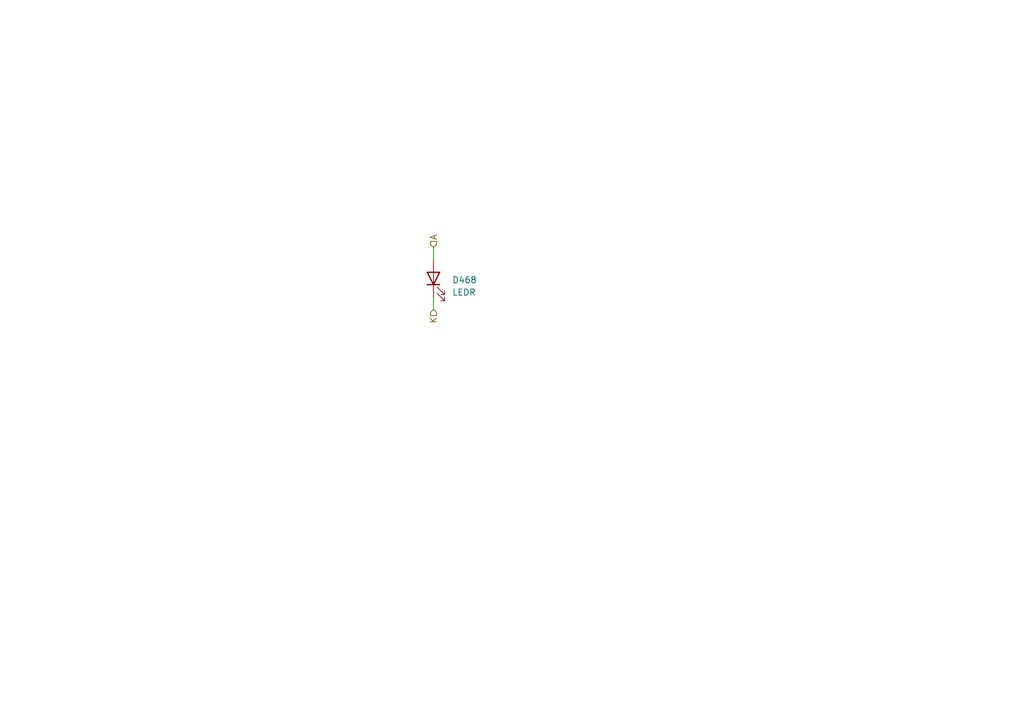
<source format=kicad_sch>
(kicad_sch (version 20231120) (generator "eeschema") (generator_version "8.0")
  (paper "A5")
  (lib_symbols
    (symbol "Device:LED" (pin_numbers hide) (pin_names (offset 1.016) hide)
      (property "Reference" "D" (at 0 2.54 0))
      (property "Value" "LED" (at 0 -2.54 0))
      (symbol "LED_0_1"
        (polyline (pts (xy -1.27 -1.27) (xy -1.27 1.27)) (stroke (width 0.254)))
        (polyline (pts (xy -1.27 0) (xy 1.27 0)))
        (polyline (pts (xy 1.27 -1.27) (xy 1.27 1.27) (xy -1.27 0) (xy 1.27 -1.27)) (stroke (width 0.254)))
        (polyline (pts (xy -3.048 -0.762) (xy -4.572 -2.286) (xy -3.81 -2.286) (xy -4.572 -2.286) (xy -4.572 -1.524)))
        (polyline (pts (xy -1.778 -0.762) (xy -3.302 -2.286) (xy -2.54 -2.286) (xy -3.302 -2.286) (xy -3.302 -1.524)))
      )
      (symbol "LED_1_1"
        (pin passive line (at -3.81 0 0) (length 2.54) (name "K") (number "1"))
        (pin passive line (at 3.81 0 180) (length 2.54) (name "A") (number "2"))
      )
    )
  )
  (wire (pts (xy 88.9 50.8) (xy 88.9 53.34)))
  (wire (pts (xy 88.9 60.96) (xy 88.9 63.5)))
  (hierarchical_label "K" (shape input) (at 88.9 63.5 270))
  (hierarchical_label "A" (shape input) (at 88.9 50.8 90))
  (symbol (lib_id "Device:LED") (at 88.9 57.15 90) (unit 1)
    (property "Reference" "D177" (at 92.71 57.4674 90) (effects (justify right)))
    (property "Value" "LEDR" (at 92.71 60.0074 90) (effects (justify right)))
    (property "Footprint" "LED_SMD:LED_0603_1608Metric" (effects (hide yes)))
    (property "Description" "Light emitting diode" (effects (hide yes)))
    (property "LCSC" "C2286" (effects (hide yes)))
    (instances (project "led-display" (path "" (reference "D468") (unit 1)) (path "" (reference "D466") (unit 1)) (path "" (reference "D471") (unit 1)) (path "" (reference "D472") (unit 1)) (path "" (reference "D467") (unit 1)) (path "" (reference "D469") (unit 1)) (path "" (reference "D470") (unit 1)) (path "" (reference "D465") (unit 1)) (path "" (reference "D484") (unit 1)) (path "" (reference "D482") (unit 1)) (path "" (reference "D487") (unit 1)) (path "" (reference "D488") (unit 1)) (path "" (reference "D483") (unit 1)) (path "" (reference "D485") (unit 1)) (path "" (reference "D486") (unit 1)) (path "" (reference "D481") (unit 1)) (path "" (reference "D452") (unit 1)) (path "" (reference "D450") (unit 1)) (path "" (reference "D455") (unit 1)) (path "" (reference "D456") (unit 1)) (path "" (reference "D451") (unit 1)) (path "" (reference "D453") (unit 1)) (path "" (reference "D454") (unit 1)) (path "" (reference "D449") (unit 1)) (path "" (reference "D508") (unit 1)) (path "" (reference "D506") (unit 1)) (path "" (reference "D511") (unit 1)) (path "" (reference "D512") (unit 1)) (path "" (reference "D507") (unit 1)) (path "" (reference "D509") (unit 1)) (path "" (reference "D510") (unit 1)) (path "" (reference "D505") (unit 1)) (path "" (reference "D500") (unit 1)) (path "" (reference "D498") (unit 1)) (path "" (reference "D503") (unit 1)) (path "" (reference "D504") (unit 1)) (path "" (reference "D499") (unit 1)) (path "" (reference "D501") (unit 1)) (path "" (reference "D502") (unit 1)) (path "" (reference "D497") (unit 1)) (path "" (reference "D476") (unit 1)) (path "" (reference "D474") (unit 1)) (path "" (reference "D479") (unit 1)) (path "" (reference "D480") (unit 1)) (path "" (reference "D475") (unit 1)) (path "" (reference "D477") (unit 1)) (path "" (reference "D478") (unit 1)) (path "" (reference "D473") (unit 1)) (path "" (reference "D492") (unit 1)) (path "" (reference "D490") (unit 1)) (path "" (reference "D495") (unit 1)) (path "" (reference "D496") (unit 1)) (path "" (reference "D491") (unit 1)) (path "" (reference "D493") (unit 1)) (path "" (reference "D494") (unit 1)) (path "" (reference "D489") (unit 1)) (path "" (reference "D460") (unit 1)) (path "" (reference "D458") (unit 1)) (path "" (reference "D463") (unit 1)) (path "" (reference "D464") (unit 1)) (path "" (reference "D459") (unit 1)) (path "" (reference "D461") (unit 1)) (path "" (reference "D462") (unit 1)) (path "" (reference "D457") (unit 1)) (path "" (reference "D660") (unit 1)) (path "" (reference "D658") (unit 1)) (path "" (reference "D663") (unit 1)) (path "" (reference "D664") (unit 1)) (path "" (reference "D659") (unit 1)) (path "" (reference "D661") (unit 1)) (path "" (reference "D662") (unit 1)) (path "" (reference "D657") (unit 1)) (path "" (reference "D676") (unit 1)) (path "" (reference "D674") (unit 1)) (path "" (reference "D679") (unit 1)) (path "" (reference "D680") (unit 1)) (path "" (reference "D675") (unit 1)) (path "" (reference "D677") (unit 1)) (path "" (reference "D678") (unit 1)) (path "" (reference "D673") (unit 1)) (path "" (reference "D644") (unit 1)) (path "" (reference "D642") (unit 1)) (path "" (reference "D647") (unit 1)) (path "" (reference "D648") (unit 1)) (path "" (reference "D643") (unit 1)) (path "" (reference "D645") (unit 1)) (path "" (reference "D646") (unit 1)) (path "" (reference "D641") (unit 1)) (path "" (reference "D700") (unit 1)) (path "" (reference "D698") (unit 1)) (path "" (reference "D703") (unit 1)) (path "" (reference "D704") (unit 1)) (path "" (reference "D699") (unit 1)) (path "" (reference "D701") (unit 1)) (path "" (reference "D702") (unit 1)) (path "" (reference "D697") (unit 1)) (path "" (reference "D692") (unit 1)) (path "" (reference "D690") (unit 1)) (path "" (reference "D695") (unit 1)) (path "" (reference "D696") (unit 1)) (path "" (reference "D691") (unit 1)) (path "" (reference "D693") (unit 1)) (path "" (reference "D694") (unit 1)) (path "" (reference "D689") (unit 1)) (path "" (reference "D668") (unit 1)) (path "" (reference "D666") (unit 1)) (path "" (reference "D671") (unit 1)) (path "" (reference "D672") (unit 1)) (path "" (reference "D667") (unit 1)) (path "" (reference "D669") (unit 1)) (path "" (reference "D670") (unit 1)) (path "" (reference "D665") (unit 1)) (path "" (reference "D684") (unit 1)) (path "" (reference "D682") (unit 1)) (path "" (reference "D687") (unit 1)) (path "" (reference "D688") (unit 1)) (path "" (reference "D683") (unit 1)) (path "" (reference "D685") (unit 1)) (path "" (reference "D686") (unit 1)) (path "" (reference "D681") (unit 1)) (path "" (reference "D652") (unit 1)) (path "" (reference "D650") (unit 1)) (path "" (reference "D655") (unit 1)) (path "" (reference "D656") (unit 1)) (path "" (reference "D651") (unit 1)) (path "" (reference "D653") (unit 1)) (path "" (reference "D654") (unit 1)) (path "" (reference "D649") (unit 1)) (path "" (reference "D12") (unit 1)) (path "" (reference "D10") (unit 1)) (path "" (reference "D15") (unit 1)) (path "" (reference "D16") (unit 1)) (path "" (reference "D11") (unit 1)) (path "" (reference "D13") (unit 1)) (path "" (reference "D14") (unit 1)) (path "" (reference "D9") (unit 1)) (path "" (reference "D52") (unit 1)) (path "" (reference "D50") (unit 1)) (path "" (reference "D55") (unit 1)) (path "" (reference "D56") (unit 1)) (path "" (reference "D51") (unit 1)) (path "" (reference "D53") (unit 1)) (path "" (reference "D54") (unit 1)) (path "" (reference "D49") (unit 1)) (path "" (reference "D20") (unit 1)) (path "" (reference "D18") (unit 1)) (path "" (reference "D23") (unit 1)) (path "" (reference "D24") (unit 1)) (path "" (reference "D19") (unit 1)) (path "" (reference "D21") (unit 1)) (path "" (reference "D22") (unit 1)) (path "" (reference "D17") (unit 1)) (path "" (reference "D28") (unit 1)) (path "" (reference "D26") (unit 1)) (path "" (reference "D31") (unit 1)) (path "" (reference "D32") (unit 1)) (path "" (reference "D27") (unit 1)) (path "" (reference "D29") (unit 1)) (path "" (reference "D30") (unit 1)) (path "" (reference "D25") (unit 1)) (path "" (reference "D36") (unit 1)) (path "" (reference "D34") (unit 1)) (path "" (reference "D39") (unit 1)) (path "" (reference "D40") (unit 1)) (path "" (reference "D35") (unit 1)) (path "" (reference "D37") (unit 1)) (path "" (reference "D38") (unit 1)) (path "" (reference "D33") (unit 1)) (path "" (reference "D44") (unit 1)) (path "" (reference "D42") (unit 1)) (path "" (reference "D47") (unit 1)) (path "" (reference "D48") (unit 1)) (path "" (reference "D43") (unit 1)) (path "" (reference "D45") (unit 1)) (path "" (reference "D46") (unit 1)) (path "" (reference "D41") (unit 1)) (path "" (reference "D60") (unit 1)) (path "" (reference "D58") (unit 1)) (path "" (reference "D63") (unit 1)) (path "" (reference "D64") (unit 1)) (path "" (reference "D59") (unit 1)) (path "" (reference "D61") (unit 1)) (path "" (reference "D62") (unit 1)) (path "" (reference "D57") (unit 1)) (path "" (reference "D4") (unit 1)) (path "" (reference "D2") (unit 1)) (path "" (reference "D7") (unit 1)) (path "" (reference "D8") (unit 1)) (path "" (reference "D3") (unit 1)) (path "" (reference "D5") (unit 1)) (path "" (reference "D6") (unit 1)) (path "" (reference "D1") (unit 1)) (path "" (reference "D404") (unit 1)) (path "" (reference "D402") (unit 1)) (path "" (reference "D407") (unit 1)) (path "" (reference "D408") (unit 1)) (path "" (reference "D403") (unit 1)) (path "" (reference "D405") (unit 1)) (path "" (reference "D406") (unit 1)) (path "" (reference "D401") (unit 1)) (path "" (reference "D420") (unit 1)) (path "" (reference "D418") (unit 1)) (path "" (reference "D423") (unit 1)) (path "" (reference "D424") (unit 1)) (path "" (reference "D419") (unit 1)) (path "" (reference "D421") (unit 1)) (path "" (reference "D422") (unit 1)) (path "" (reference "D417") (unit 1)) (path "" (reference "D388") (unit 1)) (path "" (reference "D386") (unit 1)) (path "" (reference "D391") (unit 1)) (path "" (reference "D392") (unit 1)) (path "" (reference "D387") (unit 1)) (path "" (reference "D389") (unit 1)) (path "" (reference "D390") (unit 1)) (path "" (reference "D385") (unit 1)) (path "" (reference "D444") (unit 1)) (path "" (reference "D442") (unit 1)) (path "" (reference "D447") (unit 1)) (path "" (reference "D448") (unit 1)) (path "" (reference "D443") (unit 1)) (path "" (reference "D445") (unit 1)) (path "" (reference "D446") (unit 1)) (path "" (reference "D441") (unit 1)) (path "" (reference "D436") (unit 1)) (path "" (reference "D434") (unit 1)) (path "" (reference "D439") (unit 1)) (path "" (reference "D440") (unit 1)) (path "" (reference "D435") (unit 1)) (path "" (reference "D437") (unit 1)) (path "" (reference "D438") (unit 1)) (path "" (reference "D433") (unit 1)) (path "" (reference "D412") (unit 1)) (path "" (reference "D410") (unit 1)) (path "" (reference "D415") (unit 1)) (path "" (reference "D416") (unit 1)) (path "" (reference "D411") (unit 1)) (path "" (reference "D413") (unit 1)) (path "" (reference "D414") (unit 1)) (path "" (reference "D409") (unit 1)) (path "" (reference "D428") (unit 1)) (path "" (reference "D426") (unit 1)) (path "" (reference "D431") (unit 1)) (path "" (reference "D432") (unit 1)) (path "" (reference "D427") (unit 1)) (path "" (reference "D429") (unit 1)) (path "" (reference "D430") (unit 1)) (path "" (reference "D425") (unit 1)) (path "" (reference "D396") (unit 1)) (path "" (reference "D394") (unit 1)) (path "" (reference "D399") (unit 1)) (path "" (reference "D400") (unit 1)) (path "" (reference "D395") (unit 1)) (path "" (reference "D397") (unit 1)) (path "" (reference "D398") (unit 1)) (path "" (reference "D393") (unit 1)) (path "" (reference "D340") (unit 1)) (path "" (reference "D338") (unit 1)) (path "" (reference "D343") (unit 1)) (path "" (reference "D344") (unit 1)) (path "" (reference "D339") (unit 1)) (path "" (reference "D341") (unit 1)) (path "" (reference "D342") (unit 1)) (path "" (reference "D337") (unit 1)) (path "" (reference "D356") (unit 1)) (path "" (reference "D354") (unit 1)) (path "" (reference "D359") (unit 1)) (path "" (reference "D360") (unit 1)) (path "" (reference "D355") (unit 1)) (path "" (reference "D357") (unit 1)) (path "" (reference "D358") (unit 1)) (path "" (reference "D353") (unit 1)) (path "" (reference "D324") (unit 1)) (path "" (reference "D322") (unit 1)) (path "" (reference "D327") (unit 1)) (path "" (reference "D328") (unit 1)) (path "" (reference "D323") (unit 1)) (path "" (reference "D325") (unit 1)) (path "" (reference "D326") (unit 1)) (path "" (reference "D321") (unit 1)) (path "" (reference "D380") (unit 1)) (path "" (reference "D378") (unit 1)) (path "" (reference "D383") (unit 1)) (path "" (reference "D384") (unit 1)) (path "" (reference "D379") (unit 1)) (path "" (reference "D381") (unit 1)) (path "" (reference "D382") (unit 1)) (path "" (reference "D377") (unit 1)) (path "" (reference "D372") (unit 1)) (path "" (reference "D370") (unit 1)) (path "" (reference "D375") (unit 1)) (path "" (reference "D376") (unit 1)) (path "" (reference "D371") (unit 1)) (path "" (reference "D373") (unit 1)) (path "" (reference "D374") (unit 1)) (path "" (reference "D369") (unit 1)) (path "" (reference "D348") (unit 1)) (path "" (reference "D346") (unit 1)) (path "" (reference "D351") (unit 1)) (path "" (reference "D352") (unit 1)) (path "" (reference "D347") (unit 1)) (path "" (reference "D349") (unit 1)) (path "" (reference "D350") (unit 1)) (path "" (reference "D345") (unit 1)) (path "" (reference "D364") (unit 1)) (path "" (reference "D362") (unit 1)) (path "" (reference "D367") (unit 1)) (path "" (reference "D368") (unit 1)) (path "" (reference "D363") (unit 1)) (path "" (reference "D365") (unit 1)) (path "" (reference "D366") (unit 1)) (path "" (reference "D361") (unit 1)) (path "" (reference "D332") (unit 1)) (path "" (reference "D330") (unit 1)) (path "" (reference "D335") (unit 1)) (path "" (reference "D336") (unit 1)) (path "" (reference "D331") (unit 1)) (path "" (reference "D333") (unit 1)) (path "" (reference "D334") (unit 1)) (path "" (reference "D329") (unit 1)) (path "" (reference "D596") (unit 1)) (path "" (reference "D594") (unit 1)) (path "" (reference "D599") (unit 1)) (path "" (reference "D600") (unit 1)) (path "" (reference "D595") (unit 1)) (path "" (reference "D597") (unit 1)) (path "" (reference "D598") (unit 1)) (path "" (reference "D593") (unit 1)) (path "" (reference "D612") (unit 1)) (path "" (reference "D610") (unit 1)) (path "" (reference "D615") (unit 1)) (path "" (reference "D616") (unit 1)) (path "" (reference "D611") (unit 1)) (path "" (reference "D613") (unit 1)) (path "" (reference "D614") (unit 1)) (path "" (reference "D609") (unit 1)) (path "" (reference "D580") (unit 1)) (path "" (reference "D578") (unit 1)) (path "" (reference "D583") (unit 1)) (path "" (reference "D584") (unit 1)) (path "" (reference "D579") (unit 1)) (path "" (reference "D581") (unit 1)) (path "" (reference "D582") (unit 1)) (path "" (reference "D577") (unit 1)) (path "" (reference "D636") (unit 1)) (path "" (reference "D634") (unit 1)) (path "" (reference "D639") (unit 1)) (path "" (reference "D640") (unit 1)) (path "" (reference "D635") (unit 1)) (path "" (reference "D637") (unit 1)) (path "" (reference "D638") (unit 1)) (path "" (reference "D633") (unit 1)) (path "" (reference "D628") (unit 1)) (path "" (reference "D626") (unit 1)) (path "" (reference "D631") (unit 1)) (path "" (reference "D632") (unit 1)) (path "" (reference "D627") (unit 1)) (path "" (reference "D629") (unit 1)) (path "" (reference "D630") (unit 1)) (path "" (reference "D625") (unit 1)) (path "" (reference "D604") (unit 1)) (path "" (reference "D602") (unit 1)) (path "" (reference "D607") (unit 1)) (path "" (reference "D608") (unit 1)) (path "" (reference "D603") (unit 1)) (path "" (reference "D605") (unit 1)) (path "" (reference "D606") (unit 1)) (path "" (reference "D601") (unit 1)) (path "" (reference "D620") (unit 1)) (path "" (reference "D618") (unit 1)) (path "" (reference "D623") (unit 1)) (path "" (reference "D624") (unit 1)) (path "" (reference "D619") (unit 1)) (path "" (reference "D621") (unit 1)) (path "" (reference "D622") (unit 1)) (path "" (reference "D617") (unit 1)) (path "" (reference "D588") (unit 1)) (path "" (reference "D586") (unit 1)) (path "" (reference "D591") (unit 1)) (path "" (reference "D592") (unit 1)) (path "" (reference "D587") (unit 1)) (path "" (reference "D589") (unit 1)) (path "" (reference "D590") (unit 1)) (path "" (reference "D585") (unit 1)) (path "" (reference "D788") (unit 1)) (path "" (reference "D786") (unit 1)) (path "" (reference "D791") (unit 1)) (path "" (reference "D792") (unit 1)) (path "" (reference "D787") (unit 1)) (path "" (reference "D789") (unit 1)) (path "" (reference "D790") (unit 1)) (path "" (reference "D785") (unit 1)) (path "" (reference "D804") (unit 1)) (path "" (reference "D802") (unit 1)) (path "" (reference "D807") (unit 1)) (path "" (reference "D808") (unit 1)) (path "" (reference "D803") (unit 1)) (path "" (reference "D805") (unit 1)) (path "" (reference "D806") (unit 1)) (path "" (reference "D801") (unit 1)) (path "" (reference "D772") (unit 1)) (path "" (reference "D770") (unit 1)) (path "" (reference "D775") (unit 1)) (path "" (reference "D776") (unit 1)) (path "" (reference "D771") (unit 1)) (path "" (reference "D773") (unit 1)) (path "" (reference "D774") (unit 1)) (path "" (reference "D769") (unit 1)) (path "" (reference "D828") (unit 1)) (path "" (reference "D826") (unit 1)) (path "" (reference "D831") (unit 1)) (path "" (reference "D832") (unit 1)) (path "" (reference "D827") (unit 1)) (path "" (reference "D829") (unit 1)) (path "" (reference "D830") (unit 1)) (path "" (reference "D825") (unit 1)) (path "" (reference "D820") (unit 1)) (path "" (reference "D818") (unit 1)) (path "" (reference "D823") (unit 1)) (path "" (reference "D824") (unit 1)) (path "" (reference "D819") (unit 1)) (path "" (reference "D821") (unit 1)) (path "" (reference "D822") (unit 1)) (path "" (reference "D817") (unit 1)) (path "" (reference "D796") (unit 1)) (path "" (reference "D794") (unit 1)) (path "" (reference "D799") (unit 1)) (path "" (reference "D800") (unit 1)) (path "" (reference "D795") (unit 1)) (path "" (reference "D797") (unit 1)) (path "" (reference "D798") (unit 1)) (path "" (reference "D793") (unit 1)) (path "" (reference "D812") (unit 1)) (path "" (reference "D810") (unit 1)) (path "" (reference "D815") (unit 1)) (path "" (reference "D816") (unit 1)) (path "" (reference "D811") (unit 1)) (path "" (reference "D813") (unit 1)) (path "" (reference "D814") (unit 1)) (path "" (reference "D809") (unit 1)) (path "" (reference "D780") (unit 1)) (path "" (reference "D778") (unit 1)) (path "" (reference "D783") (unit 1)) (path "" (reference "D784") (unit 1)) (path "" (reference "D779") (unit 1)) (path "" (reference "D781") (unit 1)) (path "" (reference "D782") (unit 1)) (path "" (reference "D777") (unit 1)) (path "" (reference "D916") (unit 1)) (path "" (reference "D914") (unit 1)) (path "" (reference "D919") (unit 1)) (path "" (reference "D920") (unit 1)) (path "" (reference "D915") (unit 1)) (path "" (reference "D917") (unit 1)) (path "" (reference "D918") (unit 1)) (path "" (reference "D913") (unit 1)) (path "" (reference "D932") (unit 1)) (path "" (reference "D930") (unit 1)) (path "" (reference "D935") (unit 1)) (path "" (reference "D936") (unit 1)) (path "" (reference "D931") (unit 1)) (path "" (reference "D933") (unit 1)) (path "" (reference "D934") (unit 1)) (path "" (reference "D929") (unit 1)) (path "" (reference "D900") (unit 1)) (path "" (reference "D898") (unit 1)) (path "" (reference "D903") (unit 1)) (path "" (reference "D904") (unit 1)) (path "" (reference "D899") (unit 1)) (path "" (reference "D901") (unit 1)) (path "" (reference "D902") (unit 1)) (path "" (reference "D897") (unit 1)) (path "" (reference "D956") (unit 1)) (path "" (reference "D954") (unit 1)) (path "" (reference "D959") (unit 1)) (path "" (reference "D960") (unit 1)) (path "" (reference "D955") (unit 1)) (path "" (reference "D957") (unit 1)) (path "" (reference "D958") (unit 1)) (path "" (reference "D953") (unit 1)) (path "" (reference "D948") (unit 1)) (path "" (reference "D946") (unit 1)) (path "" (reference "D951") (unit 1)) (path "" (reference "D952") (unit 1)) (path "" (reference "D947") (unit 1)) (path "" (reference "D949") (unit 1)) (path "" (reference "D950") (unit 1)) (path "" (reference "D945") (unit 1)) (path "" (reference "D924") (unit 1)) (path "" (reference "D922") (unit 1)) (path "" (reference "D927") (unit 1)) (path "" (reference "D928") (unit 1)) (path "" (reference "D923") (unit 1)) (path "" (reference "D925") (unit 1)) (path "" (reference "D926") (unit 1)) (path "" (reference "D921") (unit 1)) (path "" (reference "D940") (unit 1)) (path "" (reference "D938") (unit 1)) (path "" (reference "D943") (unit 1)) (path "" (reference "D944") (unit 1)) (path "" (reference "D939") (unit 1)) (path "" (reference "D941") (unit 1)) (path "" (reference "D942") (unit 1)) (path "" (reference "D937") (unit 1)) (path "" (reference "D908") (unit 1)) (path "" (reference "D906") (unit 1)) (path "" (reference "D911") (unit 1)) (path "" (reference "D912") (unit 1)) (path "" (reference "D907") (unit 1)) (path "" (reference "D909") (unit 1)) (path "" (reference "D910") (unit 1)) (path "" (reference "D905") (unit 1)) (path "" (reference "D852") (unit 1)) (path "" (reference "D850") (unit 1)) (path "" (reference "D855") (unit 1)) (path "" (reference "D856") (unit 1)) (path "" (reference "D851") (unit 1)) (path "" (reference "D853") (unit 1)) (path "" (reference "D854") (unit 1)) (path "" (reference "D849") (unit 1)) (path "" (reference "D868") (unit 1)) (path "" (reference "D866") (unit 1)) (path "" (reference "D871") (unit 1)) (path "" (reference "D872") (unit 1)) (path "" (reference "D867") (unit 1)) (path "" (reference "D869") (unit 1)) (path "" (reference "D870") (unit 1)) (path "" (reference "D865") (unit 1)) (path "" (reference "D836") (unit 1)) (path "" (reference "D834") (unit 1)) (path "" (reference "D839") (unit 1)) (path "" (reference "D840") (unit 1)) (path "" (reference "D835") (unit 1)) (path "" (reference "D837") (unit 1)) (path "" (reference "D838") (unit 1)) (path "" (reference "D833") (unit 1)) (path "" (reference "D892") (unit 1)) (path "" (reference "D890") (unit 1)) (path "" (reference "D895") (unit 1)) (path "" (reference "D896") (unit 1)) (path "" (reference "D891") (unit 1)) (path "" (reference "D893") (unit 1)) (path "" (reference "D894") (unit 1)) (path "" (reference "D889") (unit 1)) (path "" (reference "D884") (unit 1)) (path "" (reference "D882") (unit 1)) (path "" (reference "D887") (unit 1)) (path "" (reference "D888") (unit 1)) (path "" (reference "D883") (unit 1)) (path "" (reference "D885") (unit 1)) (path "" (reference "D886") (unit 1)) (path "" (reference "D881") (unit 1)) (path "" (reference "D860") (unit 1)) (path "" (reference "D858") (unit 1)) (path "" (reference "D863") (unit 1)) (path "" (reference "D864") (unit 1)) (path "" (reference "D859") (unit 1)) (path "" (reference "D861") (unit 1)) (path "" (reference "D862") (unit 1)) (path "" (reference "D857") (unit 1)) (path "" (reference "D876") (unit 1)) (path "" (reference "D874") (unit 1)) (path "" (reference "D879") (unit 1)) (path "" (reference "D880") (unit 1)) (path "" (reference "D875") (unit 1)) (path "" (reference "D877") (unit 1)) (path "" (reference "D878") (unit 1)) (path "" (reference "D873") (unit 1)) (path "" (reference "D844") (unit 1)) (path "" (reference "D842") (unit 1)) (path "" (reference "D847") (unit 1)) (path "" (reference "D848") (unit 1)) (path "" (reference "D843") (unit 1)) (path "" (reference "D845") (unit 1)) (path "" (reference "D846") (unit 1)) (path "" (reference "D841") (unit 1)) (path "" (reference "D276") (unit 1)) (path "" (reference "D274") (unit 1)) (path "" (reference "D279") (unit 1)) (path "" (reference "D280") (unit 1)) (path "" (reference "D275") (unit 1)) (path "" (reference "D277") (unit 1)) (path "" (reference "D278") (unit 1)) (path "" (reference "D273") (unit 1)) (path "" (reference "D292") (unit 1)) (path "" (reference "D290") (unit 1)) (path "" (reference "D295") (unit 1)) (path "" (reference "D296") (unit 1)) (path "" (reference "D291") (unit 1)) (path "" (reference "D293") (unit 1)) (path "" (reference "D294") (unit 1)) (path "" (reference "D289") (unit 1)) (path "" (reference "D260") (unit 1)) (path "" (reference "D258") (unit 1)) (path "" (reference "D263") (unit 1)) (path "" (reference "D264") (unit 1)) (path "" (reference "D259") (unit 1)) (path "" (reference "D261") (unit 1)) (path "" (reference "D262") (unit 1)) (path "" (reference "D257") (unit 1)) (path "" (reference "D316") (unit 1)) (path "" (reference "D314") (unit 1)) (path "" (reference "D319") (unit 1)) (path "" (reference "D320") (unit 1)) (path "" (reference "D315") (unit 1)) (path "" (reference "D317") (unit 1)) (path "" (reference "D318") (unit 1)) (path "" (reference "D313") (unit 1)) (path "" (reference "D308") (unit 1)) (path "" (reference "D306") (unit 1)) (path "" (reference "D311") (unit 1)) (path "" (reference "D312") (unit 1)) (path "" (reference "D307") (unit 1)) (path "" (reference "D309") (unit 1)) (path "" (reference "D310") (unit 1)) (path "" (reference "D305") (unit 1)) (path "" (reference "D284") (unit 1)) (path "" (reference "D282") (unit 1)) (path "" (reference "D287") (unit 1)) (path "" (reference "D288") (unit 1)) (path "" (reference "D283") (unit 1)) (path "" (reference "D285") (unit 1)) (path "" (reference "D286") (unit 1)) (path "" (reference "D281") (unit 1)) (path "" (reference "D300") (unit 1)) (path "" (reference "D298") (unit 1)) (path "" (reference "D303") (unit 1)) (path "" (reference "D304") (unit 1)) (path "" (reference "D299") (unit 1)) (path "" (reference "D301") (unit 1)) (path "" (reference "D302") (unit 1)) (path "" (reference "D297") (unit 1)) (path "" (reference "D268") (unit 1)) (path "" (reference "D266") (unit 1)) (path "" (reference "D271") (unit 1)) (path "" (reference "D272") (unit 1)) (path "" (reference "D267") (unit 1)) (path "" (reference "D269") (unit 1)) (path "" (reference "D270") (unit 1)) (path "" (reference "D265") (unit 1)) (path "" (reference "D148") (unit 1)) (path "" (reference "D146") (unit 1)) (path "" (reference "D151") (unit 1)) (path "" (reference "D152") (unit 1)) (path "" (reference "D147") (unit 1)) (path "" (reference "D149") (unit 1)) (path "" (reference "D150") (unit 1)) (path "" (reference "D145") (unit 1)) (path "" (reference "D164") (unit 1)) (path "" (reference "D162") (unit 1)) (path "" (reference "D167") (unit 1)) (path "" (reference "D168") (unit 1)) (path "" (reference "D163") (unit 1)) (path "" (reference "D165") (unit 1)) (path "" (reference "D166") (unit 1)) (path "" (reference "D161") (unit 1)) (path "" (reference "D132") (unit 1)) (path "" (reference "D130") (unit 1)) (path "" (reference "D135") (unit 1)) (path "" (reference "D136") (unit 1)) (path "" (reference "D131") (unit 1)) (path "" (reference "D133") (unit 1)) (path "" (reference "D134") (unit 1)) (path "" (reference "D129") (unit 1)) (path "" (reference "D188") (unit 1)) (path "" (reference "D186") (unit 1)) (path "" (reference "D191") (unit 1)) (path "" (reference "D192") (unit 1)) (path "" (reference "D187") (unit 1)) (path "" (reference "D189") (unit 1)) (path "" (reference "D190") (unit 1)) (path "" (reference "D185") (unit 1)) (path "" (reference "D180") (unit 1)) (path "" (reference "D178") (unit 1)) (path "" (reference "D183") (unit 1)) (path "" (reference "D184") (unit 1)) (path "" (reference "D179") (unit 1)) (path "" (reference "D181") (unit 1)) (path "" (reference "D182") (unit 1)) (path "" (reference "D177") (unit 1)) (path "" (reference "D156") (unit 1)) (path "" (reference "D154") (unit 1)) (path "" (reference "D159") (unit 1)) (path "" (reference "D160") (unit 1)) (path "" (reference "D155") (unit 1)) (path "" (reference "D157") (unit 1)) (path "" (reference "D158") (unit 1)) (path "" (reference "D153") (unit 1)) (path "" (reference "D172") (unit 1)) (path "" (reference "D170") (unit 1)) (path "" (reference "D175") (unit 1)) (path "" (reference "D176") (unit 1)) (path "" (reference "D171") (unit 1)) (path "" (reference "D173") (unit 1)) (path "" (reference "D174") (unit 1)) (path "" (reference "D169") (unit 1)) (path "" (reference "D140") (unit 1)) (path "" (reference "D138") (unit 1)) (path "" (reference "D143") (unit 1)) (path "" (reference "D144") (unit 1)) (path "" (reference "D139") (unit 1)) (path "" (reference "D141") (unit 1)) (path "" (reference "D142") (unit 1)) (path "" (reference "D137") (unit 1)) (path "" (reference "D532") (unit 1)) (path "" (reference "D530") (unit 1)) (path "" (reference "D535") (unit 1)) (path "" (reference "D536") (unit 1)) (path "" (reference "D531") (unit 1)) (path "" (reference "D533") (unit 1)) (path "" (reference "D534") (unit 1)) (path "" (reference "D529") (unit 1)) (path "" (reference "D548") (unit 1)) (path "" (reference "D546") (unit 1)) (path "" (reference "D551") (unit 1)) (path "" (reference "D552") (unit 1)) (path "" (reference "D547") (unit 1)) (path "" (reference "D549") (unit 1)) (path "" (reference "D550") (unit 1)) (path "" (reference "D545") (unit 1)) (path "" (reference "D516") (unit 1)) (path "" (reference "D514") (unit 1)) (path "" (reference "D519") (unit 1)) (path "" (reference "D520") (unit 1)) (path "" (reference "D515") (unit 1)) (path "" (reference "D517") (unit 1)) (path "" (reference "D518") (unit 1)) (path "" (reference "D513") (unit 1)) (path "" (reference "D572") (unit 1)) (path "" (reference "D570") (unit 1)) (path "" (reference "D575") (unit 1)) (path "" (reference "D576") (unit 1)) (path "" (reference "D571") (unit 1)) (path "" (reference "D573") (unit 1)) (path "" (reference "D574") (unit 1)) (path "" (reference "D569") (unit 1)) (path "" (reference "D564") (unit 1)) (path "" (reference "D562") (unit 1)) (path "" (reference "D567") (unit 1)) (path "" (reference "D568") (unit 1)) (path "" (reference "D563") (unit 1)) (path "" (reference "D565") (unit 1)) (path "" (reference "D566") (unit 1)) (path "" (reference "D561") (unit 1)) (path "" (reference "D540") (unit 1)) (path "" (reference "D538") (unit 1)) (path "" (reference "D543") (unit 1)) (path "" (reference "D544") (unit 1)) (path "" (reference "D539") (unit 1)) (path "" (reference "D541") (unit 1)) (path "" (reference "D542") (unit 1)) (path "" (reference "D537") (unit 1)) (path "" (reference "D556") (unit 1)) (path "" (reference "D554") (unit 1)) (path "" (reference "D559") (unit 1)) (path "" (reference "D560") (unit 1)) (path "" (reference "D555") (unit 1)) (path "" (reference "D557") (unit 1)) (path "" (reference "D558") (unit 1)) (path "" (reference "D553") (unit 1)) (path "" (reference "D524") (unit 1)) (path "" (reference "D522") (unit 1)) (path "" (reference "D527") (unit 1)) (path "" (reference "D528") (unit 1)) (path "" (reference "D523") (unit 1)) (path "" (reference "D525") (unit 1)) (path "" (reference "D526") (unit 1)) (path "" (reference "D521") (unit 1)) (path "" (reference "D724") (unit 1)) (path "" (reference "D722") (unit 1)) (path "" (reference "D727") (unit 1)) (path "" (reference "D728") (unit 1)) (path "" (reference "D723") (unit 1)) (path "" (reference "D725") (unit 1)) (path "" (reference "D726") (unit 1)) (path "" (reference "D721") (unit 1)) (path "" (reference "D740") (unit 1)) (path "" (reference "D738") (unit 1)) (path "" (reference "D743") (unit 1)) (path "" (reference "D744") (unit 1)) (path "" (reference "D739") (unit 1)) (path "" (reference "D741") (unit 1)) (path "" (reference "D742") (unit 1)) (path "" (reference "D737") (unit 1)) (path "" (reference "D708") (unit 1)) (path "" (reference "D706") (unit 1)) (path "" (reference "D711") (unit 1)) (path "" (reference "D712") (unit 1)) (path "" (reference "D707") (unit 1)) (path "" (reference "D709") (unit 1)) (path "" (reference "D710") (unit 1)) (path "" (reference "D705") (unit 1)) (path "" (reference "D764") (unit 1)) (path "" (reference "D762") (unit 1)) (path "" (reference "D767") (unit 1)) (path "" (reference "D768") (unit 1)) (path "" (reference "D763") (unit 1)) (path "" (reference "D765") (unit 1)) (path "" (reference "D766") (unit 1)) (path "" (reference "D761") (unit 1)) (path "" (reference "D756") (unit 1)) (path "" (reference "D754") (unit 1)) (path "" (reference "D759") (unit 1)) (path "" (reference "D760") (unit 1)) (path "" (reference "D755") (unit 1)) (path "" (reference "D757") (unit 1)) (path "" (reference "D758") (unit 1)) (path "" (reference "D753") (unit 1)) (path "" (reference "D732") (unit 1)) (path "" (reference "D730") (unit 1)) (path "" (reference "D735") (unit 1)) (path "" (reference "D736") (unit 1)) (path "" (reference "D731") (unit 1)) (path "" (reference "D733") (unit 1)) (path "" (reference "D734") (unit 1)) (path "" (reference "D729") (unit 1)) (path "" (reference "D748") (unit 1)) (path "" (reference "D746") (unit 1)) (path "" (reference "D751") (unit 1)) (path "" (reference "D752") (unit 1)) (path "" (reference "D747") (unit 1)) (path "" (reference "D749") (unit 1)) (path "" (reference "D750") (unit 1)) (path "" (reference "D745") (unit 1)) (path "" (reference "D716") (unit 1)) (path "" (reference "D714") (unit 1)) (path "" (reference "D719") (unit 1)) (path "" (reference "D720") (unit 1)) (path "" (reference "D715") (unit 1)) (path "" (reference "D717") (unit 1)) (path "" (reference "D718") (unit 1)) (path "" (reference "D713") (unit 1)) (path "" (reference "D84") (unit 1)) (path "" (reference "D82") (unit 1)) (path "" (reference "D87") (unit 1)) (path "" (reference "D88") (unit 1)) (path "" (reference "D83") (unit 1)) (path "" (reference "D85") (unit 1)) (path "" (reference "D86") (unit 1)) (path "" (reference "D81") (unit 1)) (path "" (reference "D100") (unit 1)) (path "" (reference "D98") (unit 1)) (path "" (reference "D103") (unit 1)) (path "" (reference "D104") (unit 1)) (path "" (reference "D99") (unit 1)) (path "" (reference "D101") (unit 1)) (path "" (reference "D102") (unit 1)) (path "" (reference "D97") (unit 1)) (path "" (reference "D68") (unit 1)) (path "" (reference "D66") (unit 1)) (path "" (reference "D71") (unit 1)) (path "" (reference "D72") (unit 1)) (path "" (reference "D67") (unit 1)) (path "" (reference "D69") (unit 1)) (path "" (reference "D70") (unit 1)) (path "" (reference "D65") (unit 1)) (path "" (reference "D124") (unit 1)) (path "" (reference "D122") (unit 1)) (path "" (reference "D127") (unit 1)) (path "" (reference "D128") (unit 1)) (path "" (reference "D123") (unit 1)) (path "" (reference "D125") (unit 1)) (path "" (reference "D126") (unit 1)) (path "" (reference "D121") (unit 1)) (path "" (reference "D116") (unit 1)) (path "" (reference "D114") (unit 1)) (path "" (reference "D119") (unit 1)) (path "" (reference "D120") (unit 1)) (path "" (reference "D115") (unit 1)) (path "" (reference "D117") (unit 1)) (path "" (reference "D118") (unit 1)) (path "" (reference "D113") (unit 1)) (path "" (reference "D92") (unit 1)) (path "" (reference "D90") (unit 1)) (path "" (reference "D95") (unit 1)) (path "" (reference "D96") (unit 1)) (path "" (reference "D91") (unit 1)) (path "" (reference "D93") (unit 1)) (path "" (reference "D94") (unit 1)) (path "" (reference "D89") (unit 1)) (path "" (reference "D108") (unit 1)) (path "" (reference "D106") (unit 1)) (path "" (reference "D111") (unit 1)) (path "" (reference "D112") (unit 1)) (path "" (reference "D107") (unit 1)) (path "" (reference "D109") (unit 1)) (path "" (reference "D110") (unit 1)) (path "" (reference "D105") (unit 1)) (path "" (reference "D76") (unit 1)) (path "" (reference "D74") (unit 1)) (path "" (reference "D79") (unit 1)) (path "" (reference "D80") (unit 1)) (path "" (reference "D75") (unit 1)) (path "" (reference "D77") (unit 1)) (path "" (reference "D78") (unit 1)) (path "" (reference "D73") (unit 1)) (path "" (reference "D212") (unit 1)) (path "" (reference "D210") (unit 1)) (path "" (reference "D215") (unit 1)) (path "" (reference "D216") (unit 1)) (path "" (reference "D211") (unit 1)) (path "" (reference "D213") (unit 1)) (path "" (reference "D214") (unit 1)) (path "" (reference "D209") (unit 1)) (path "" (reference "D228") (unit 1)) (path "" (reference "D226") (unit 1)) (path "" (reference "D231") (unit 1)) (path "" (reference "D232") (unit 1)) (path "" (reference "D227") (unit 1)) (path "" (reference "D229") (unit 1)) (path "" (reference "D230") (unit 1)) (path "" (reference "D225") (unit 1)) (path "" (reference "D196") (unit 1)) (path "" (reference "D194") (unit 1)) (path "" (reference "D199") (unit 1)) (path "" (reference "D200") (unit 1)) (path "" (reference "D195") (unit 1)) (path "" (reference "D197") (unit 1)) (path "" (reference "D198") (unit 1)) (path "" (reference "D193") (unit 1)) (path "" (reference "D252") (unit 1)) (path "" (reference "D250") (unit 1)) (path "" (reference "D255") (unit 1)) (path "" (reference "D256") (unit 1)) (path "" (reference "D251") (unit 1)) (path "" (reference "D253") (unit 1)) (path "" (reference "D254") (unit 1)) (path "" (reference "D249") (unit 1)) (path "" (reference "D244") (unit 1)) (path "" (reference "D242") (unit 1)) (path "" (reference "D247") (unit 1)) (path "" (reference "D248") (unit 1)) (path "" (reference "D243") (unit 1)) (path "" (reference "D245") (unit 1)) (path "" (reference "D246") (unit 1)) (path "" (reference "D241") (unit 1)) (path "" (reference "D220") (unit 1)) (path "" (reference "D218") (unit 1)) (path "" (reference "D223") (unit 1)) (path "" (reference "D224") (unit 1)) (path "" (reference "D219") (unit 1)) (path "" (reference "D221") (unit 1)) (path "" (reference "D222") (unit 1)) (path "" (reference "D217") (unit 1)) (path "" (reference "D236") (unit 1)) (path "" (reference "D234") (unit 1)) (path "" (reference "D239") (unit 1)) (path "" (reference "D240") (unit 1)) (path "" (reference "D235") (unit 1)) (path "" (reference "D237") (unit 1)) (path "" (reference "D238") (unit 1)) (path "" (reference "D233") (unit 1)) (path "" (reference "D204") (unit 1)) (path "" (reference "D202") (unit 1)) (path "" (reference "D207") (unit 1)) (path "" (reference "D208") (unit 1)) (path "" (reference "D203") (unit 1)) (path "" (reference "D205") (unit 1)) (path "" (reference "D206") (unit 1)) (path "" (reference "D201") (unit 1)) (path "" (reference "D980") (unit 1)) (path "" (reference "D978") (unit 1)) (path "" (reference "D983") (unit 1)) (path "" (reference "D984") (unit 1)) (path "" (reference "D979") (unit 1)) (path "" (reference "D981") (unit 1)) (path "" (reference "D982") (unit 1)) (path "" (reference "D977") (unit 1)) (path "" (reference "D996") (unit 1)) (path "" (reference "D994") (unit 1)) (path "" (reference "D999") (unit 1)) (path "" (reference "D1000") (unit 1)) (path "" (reference "D995") (unit 1)) (path "" (reference "D997") (unit 1)) (path "" (reference "D998") (unit 1)) (path "" (reference "D993") (unit 1)) (path "" (reference "D964") (unit 1)) (path "" (reference "D962") (unit 1)) (path "" (reference "D967") (unit 1)) (path "" (reference "D968") (unit 1)) (path "" (reference "D963") (unit 1)) (path "" (reference "D965") (unit 1)) (path "" (reference "D966") (unit 1)) (path "" (reference "D961") (unit 1)) (path "" (reference "D1020") (unit 1)) (path "" (reference "D1018") (unit 1)) (path "" (reference "D1023") (unit 1)) (path "" (reference "D1024") (unit 1)) (path "" (reference "D1019") (unit 1)) (path "" (reference "D1021") (unit 1)) (path "" (reference "D1022") (unit 1)) (path "" (reference "D1017") (unit 1)) (path "" (reference "D1012") (unit 1)) (path "" (reference "D1010") (unit 1)) (path "" (reference "D1015") (unit 1)) (path "" (reference "D1016") (unit 1)) (path "" (reference "D1011") (unit 1)) (path "" (reference "D1013") (unit 1)) (path "" (reference "D1014") (unit 1)) (path "" (reference "D1009") (unit 1)) (path "" (reference "D988") (unit 1)) (path "" (reference "D986") (unit 1)) (path "" (reference "D991") (unit 1)) (path "" (reference "D992") (unit 1)) (path "" (reference "D987") (unit 1)) (path "" (reference "D989") (unit 1)) (path "" (reference "D990") (unit 1)) (path "" (reference "D985") (unit 1)) (path "" (reference "D1004") (unit 1)) (path "" (reference "D1002") (unit 1)) (path "" (reference "D1007") (unit 1)) (path "" (reference "D1008") (unit 1)) (path "" (reference "D1003") (unit 1)) (path "" (reference "D1005") (unit 1)) (path "" (reference "D1006") (unit 1)) (path "" (reference "D1001") (unit 1)) (path "" (reference "D972") (unit 1)) (path "" (reference "D970") (unit 1)) (path "" (reference "D975") (unit 1)) (path "" (reference "D976") (unit 1)) (path "" (reference "D971") (unit 1)) (path "" (reference "D973") (unit 1)) (path "" (reference "D974") (unit 1)) (path "" (reference "D969") (unit 1))))
  )
)
</source>
